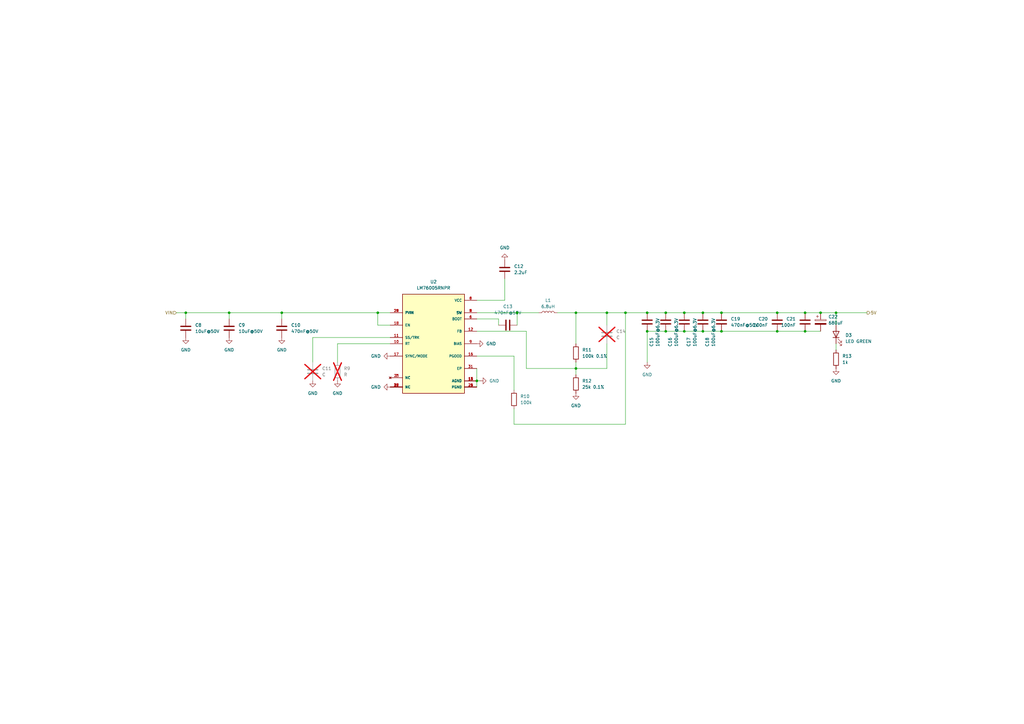
<source format=kicad_sch>
(kicad_sch (version 20231120) (generator "eeschema") (generator_version "8.0")
  (paper "A3")
  (lib_symbols
    (symbol "Device:C" (pin_numbers hide) (pin_names (offset 0.254))
      (property "Reference" "C" (at 0.635 2.54 0))
      (property "Value" "C" (at 0.635 -2.54 0))
      (symbol "C_0_1"
        (polyline (pts (xy -2.032 -0.762) (xy 2.032 -0.762)) (stroke (width 0.508)))
        (polyline (pts (xy -2.032 0.762) (xy 2.032 0.762)) (stroke (width 0.508)))
      )
      (symbol "C_1_1"
        (pin passive line (at 0 3.81 270) (length 2.794) (name "~") (number "1"))
        (pin passive line (at 0 -3.81 90) (length 2.794) (name "~") (number "2"))
      )
    )
    (symbol "Device:C_Polarized" (pin_numbers hide) (pin_names (offset 0.254))
      (property "Reference" "C" (at 0.635 2.54 0))
      (property "Value" "C_Polarized" (at 0.635 -2.54 0))
      (symbol "C_Polarized_0_1"
        (rectangle (start -2.286 0.508) (end 2.286 1.016))
        (polyline (pts (xy -1.778 2.286) (xy -0.762 2.286)))
        (polyline (pts (xy -1.27 2.794) (xy -1.27 1.778)))
        (rectangle (start 2.286 -0.508) (end -2.286 -1.016) (fill (type outline)))
      )
      (symbol "C_Polarized_1_1"
        (pin passive line (at 0 3.81 270) (length 2.794) (name "~") (number "1"))
        (pin passive line (at 0 -3.81 90) (length 2.794) (name "~") (number "2"))
      )
    )
    (symbol "Device:L" (pin_numbers hide) (pin_names (offset 1.016) hide)
      (property "Reference" "L" (at -1.27 0 90))
      (property "Value" "L" (at 1.905 0 90))
      (symbol "L_0_1"
        (arc (start 0 -2.54) (mid 0.6323 -1.905) (end 0 -1.27))
        (arc (start 0 -1.27) (mid 0.6323 -0.635) (end 0 0))
        (arc (start 0 0) (mid 0.6323 0.635) (end 0 1.27))
        (arc (start 0 1.27) (mid 0.6323 1.905) (end 0 2.54))
      )
      (symbol "L_1_1"
        (pin passive line (at 0 3.81 270) (length 1.27) (name "1") (number "1"))
        (pin passive line (at 0 -3.81 90) (length 1.27) (name "2") (number "2"))
      )
    )
    (symbol "Device:LED" (pin_numbers hide) (pin_names (offset 1.016) hide)
      (property "Reference" "D" (at 0 2.54 0))
      (property "Value" "LED" (at 0 -2.54 0))
      (symbol "LED_0_1"
        (polyline (pts (xy -1.27 -1.27) (xy -1.27 1.27)) (stroke (width 0.254)))
        (polyline (pts (xy -1.27 0) (xy 1.27 0)))
        (polyline (pts (xy 1.27 -1.27) (xy 1.27 1.27) (xy -1.27 0) (xy 1.27 -1.27)) (stroke (width 0.254)))
        (polyline (pts (xy -3.048 -0.762) (xy -4.572 -2.286) (xy -3.81 -2.286) (xy -4.572 -2.286) (xy -4.572 -1.524)))
        (polyline (pts (xy -1.778 -0.762) (xy -3.302 -2.286) (xy -2.54 -2.286) (xy -3.302 -2.286) (xy -3.302 -1.524)))
      )
      (symbol "LED_1_1"
        (pin passive line (at -3.81 0 0) (length 2.54) (name "K") (number "1"))
        (pin passive line (at 3.81 0 180) (length 2.54) (name "A") (number "2"))
      )
    )
    (symbol "Device:R" (pin_numbers hide) (pin_names (offset 0))
      (property "Reference" "R" (at 2.032 0 90))
      (property "Value" "R" (at 0 0 90))
      (symbol "R_0_1"
        (rectangle (start -1.016 -2.54) (end 1.016 2.54) (stroke (width 0.254)))
      )
      (symbol "R_1_1"
        (pin passive line (at 0 3.81 270) (length 1.27) (name "~") (number "1"))
        (pin passive line (at 0 -3.81 90) (length 1.27) (name "~") (number "2"))
      )
    )
    (symbol "local_DCDC:LM76005RNPR" (pin_names (offset 1.016))
      (property "Reference" "U" (at -12.7 22.86 0))
      (property "Value" "LM76005RNPR" (at -12.7 -22.86 0))
      (symbol "LM76005RNPR_0_0"
        (rectangle (start -12.7 20.32) (end 12.7 -20.32) (stroke (width 0.254)) (fill (type background)))
        (pin output line (at 17.78 12.7 180) (length 5.08) (name "SW") (number "1"))
        (pin input line (at -17.78 0 0) (length 5.08) (name "RT") (number "10"))
        (pin input line (at -17.78 2.54 0) (length 5.08) (name "SS/TRK") (number "11"))
        (pin input line (at 17.78 5.08 180) (length 5.08) (name "FB") (number "12"))
        (pin power_in line (at 17.78 -15.24 180) (length 5.08) (name "AGND") (number "13"))
        (pin power_in line (at 17.78 -15.24 180) (length 5.08) (name "AGND") (number "14"))
        (pin power_in line (at 17.78 -15.24 180) (length 5.08) (name "AGND") (number "15"))
        (pin output line (at 17.78 -5.08 180) (length 5.08) (name "PGOOD") (number "16"))
        (pin input line (at -17.78 -5.08 0) (length 5.08) (name "SYNC/MODE") (number "17"))
        (pin input line (at -17.78 7.62 0) (length 5.08) (name "EN") (number "18"))
        (pin output line (at 17.78 12.7 180) (length 5.08) (name "SW") (number "2"))
        (pin input line (at -17.78 12.7 0) (length 5.08) (name "PVIN") (number "20"))
        (pin input line (at -17.78 12.7 0) (length 5.08) (name "PVIN") (number "21"))
        (pin input line (at -17.78 12.7 0) (length 5.08) (name "PVIN") (number "22"))
        (pin no_connect line (at -17.78 -13.97 0) (length 5.08) (name "NC") (number "23"))
        (pin power_in line (at 17.78 -17.78 180) (length 5.08) (name "PGND") (number "24"))
        (pin power_in line (at 17.78 -17.78 180) (length 5.08) (name "PGND") (number "25"))
        (pin power_in line (at 17.78 -17.78 180) (length 5.08) (name "PGND") (number "26"))
        (pin output line (at 17.78 12.7 180) (length 5.08) (name "SW") (number "3"))
        (pin power_in line (at 17.78 -10.16 180) (length 5.08) (name "EP") (number "31"))
        (pin output line (at 17.78 12.7 180) (length 5.08) (name "SW") (number "4"))
        (pin output line (at 17.78 12.7 180) (length 5.08) (name "SW") (number "5"))
        (pin output line (at 17.78 10.16 180) (length 5.08) (name "BOOT") (number "6"))
        (pin no_connect line (at -17.78 -13.97 0) (length 5.08) (name "NC") (number "7"))
        (pin power_in line (at 17.78 17.78 180) (length 5.08) (name "VCC") (number "8"))
        (pin passive line (at 17.78 0 180) (length 5.08) (name "BIAS") (number "9"))
      )
      (symbol "LM76005RNPR_1_0"
        (pin input line (at -17.78 -17.78 0) (length 5.08) (name "NC") (number "19"))
        (pin input line (at -17.78 -17.78 0) (length 5.08) (name "NC") (number "27"))
        (pin input line (at -17.78 -17.78 0) (length 5.08) (name "NC") (number "28"))
        (pin input line (at -17.78 -17.78 0) (length 5.08) (name "NC") (number "29"))
        (pin input line (at -17.78 -17.78 0) (length 5.08) (name "NC") (number "30"))
      )
    )
    (symbol "power:GND" (power) (pin_numbers hide) (pin_names (offset 0) hide)
      (property "Value" "GND" (at 0 -3.81 0))
      (symbol "GND_0_1"
        (polyline (pts (xy 0 0) (xy 0 -1.27) (xy 1.27 -1.27) (xy 0 -2.54) (xy -1.27 -1.27) (xy 0 -1.27)))
      )
      (symbol "GND_1_1"
        (pin power_in line (at 0 0 270) (length 0) (name "~") (number "1"))
      )
    )
  )
  (junction (at 212.09 128.27))
  (junction (at 342.9 128.27))
  (junction (at 273.05 128.27))
  (junction (at 76.2 128.27))
  (junction (at 236.22 151.13))
  (junction (at 280.67 135.89))
  (junction (at 288.29 135.89))
  (junction (at 273.05 135.89))
  (junction (at 288.29 128.27))
  (junction (at 154.94 128.27))
  (junction (at 318.77 135.89))
  (junction (at 295.91 135.89))
  (junction (at 336.55 128.27))
  (junction (at 265.43 135.89))
  (junction (at 115.57 128.27))
  (junction (at 93.98 128.27))
  (junction (at 248.92 128.27))
  (junction (at 330.2 135.89))
  (junction (at 236.22 128.27))
  (junction (at 256.54 128.27))
  (junction (at 195.58 156.21))
  (junction (at 265.43 128.27))
  (junction (at 318.77 128.27))
  (junction (at 280.67 128.27))
  (junction (at 295.91 128.27))
  (junction (at 330.2 128.27))
  (wire (pts (xy 248.92 128.27) (xy 236.22 128.27)))
  (wire (pts (xy 196.85 156.21) (xy 195.58 156.21)))
  (wire (pts (xy 154.94 128.27) (xy 160.02 128.27)))
  (wire (pts (xy 160.02 133.35) (xy 154.94 133.35)))
  (wire (pts (xy 215.9 135.89) (xy 195.58 135.89)))
  (wire (pts (xy 115.57 128.27) (xy 154.94 128.27)))
  (wire (pts (xy 236.22 128.27) (xy 236.22 140.97)))
  (wire (pts (xy 342.9 128.27) (xy 342.9 133.35)))
  (wire (pts (xy 288.29 128.27) (xy 295.91 128.27)))
  (wire (pts (xy 204.47 130.81) (xy 204.47 133.35)))
  (wire (pts (xy 210.82 167.64) (xy 210.82 173.99)))
  (wire (pts (xy 330.2 128.27) (xy 336.55 128.27)))
  (wire (pts (xy 256.54 128.27) (xy 265.43 128.27)))
  (wire (pts (xy 160.02 138.43) (xy 128.27 138.43)))
  (wire (pts (xy 273.05 128.27) (xy 280.67 128.27)))
  (wire (pts (xy 228.6 128.27) (xy 236.22 128.27)))
  (wire (pts (xy 318.77 128.27) (xy 330.2 128.27)))
  (wire (pts (xy 215.9 151.13) (xy 215.9 135.89)))
  (wire (pts (xy 160.02 140.97) (xy 138.43 140.97)))
  (wire (pts (xy 342.9 140.97) (xy 342.9 143.51)))
  (wire (pts (xy 210.82 173.99) (xy 256.54 173.99)))
  (wire (pts (xy 93.98 128.27) (xy 115.57 128.27)))
  (wire (pts (xy 236.22 148.59) (xy 236.22 151.13)))
  (wire (pts (xy 248.92 140.97) (xy 248.92 151.13)))
  (wire (pts (xy 295.91 128.27) (xy 318.77 128.27)))
  (wire (pts (xy 195.58 151.13) (xy 195.58 156.21)))
  (wire (pts (xy 195.58 123.19) (xy 207.01 123.19)))
  (wire (pts (xy 195.58 130.81) (xy 204.47 130.81)))
  (wire (pts (xy 93.98 128.27) (xy 93.98 130.81)))
  (wire (pts (xy 76.2 128.27) (xy 76.2 130.81)))
  (wire (pts (xy 248.92 128.27) (xy 248.92 133.35)))
  (wire (pts (xy 256.54 173.99) (xy 256.54 128.27)))
  (wire (pts (xy 72.39 128.27) (xy 76.2 128.27)))
  (wire (pts (xy 248.92 151.13) (xy 236.22 151.13)))
  (wire (pts (xy 288.29 135.89) (xy 280.67 135.89)))
  (wire (pts (xy 318.77 135.89) (xy 295.91 135.89)))
  (wire (pts (xy 212.09 128.27) (xy 220.98 128.27)))
  (wire (pts (xy 280.67 135.89) (xy 273.05 135.89)))
  (wire (pts (xy 195.58 128.27) (xy 212.09 128.27)))
  (wire (pts (xy 295.91 135.89) (xy 288.29 135.89)))
  (wire (pts (xy 154.94 133.35) (xy 154.94 128.27)))
  (wire (pts (xy 115.57 128.27) (xy 115.57 130.81)))
  (wire (pts (xy 280.67 128.27) (xy 288.29 128.27)))
  (wire (pts (xy 256.54 128.27) (xy 248.92 128.27)))
  (wire (pts (xy 210.82 146.05) (xy 210.82 160.02)))
  (wire (pts (xy 195.58 156.21) (xy 195.58 158.75)))
  (wire (pts (xy 330.2 135.89) (xy 318.77 135.89)))
  (wire (pts (xy 138.43 140.97) (xy 138.43 148.59)))
  (wire (pts (xy 330.2 135.89) (xy 336.55 135.89)))
  (wire (pts (xy 342.9 128.27) (xy 355.6 128.27)))
  (wire (pts (xy 195.58 146.05) (xy 210.82 146.05)))
  (wire (pts (xy 236.22 151.13) (xy 236.22 153.67)))
  (wire (pts (xy 128.27 138.43) (xy 128.27 148.59)))
  (wire (pts (xy 273.05 135.89) (xy 265.43 135.89)))
  (wire (pts (xy 207.01 123.19) (xy 207.01 114.3)))
  (wire (pts (xy 236.22 151.13) (xy 215.9 151.13)))
  (wire (pts (xy 265.43 135.89) (xy 265.43 148.59)))
  (wire (pts (xy 265.43 128.27) (xy 273.05 128.27)))
  (wire (pts (xy 76.2 128.27) (xy 93.98 128.27)))
  (wire (pts (xy 336.55 128.27) (xy 342.9 128.27)))
  (wire (pts (xy 212.09 128.27) (xy 212.09 133.35)))
  (hierarchical_label "VIN" (shape input) (at 72.39 128.27 180))
  (hierarchical_label "5V" (shape output) (at 355.6 128.27 0))
  (symbol (lib_id "Device:C") (at 288.29 132.08 0) (unit 1)
    (property "Reference" "C18" (at 290.068 142.24 90) (effects (justify left)))
    (property "Value" "100uF@6.3V" (at 292.608 142.24 90) (effects (justify left)))
    (property "Footprint" "Capacitor_SMD:C_1206_3216Metric" (effects (hide yes)))
    (property "Description" "Unpolarized capacitor" (effects (hide yes)))
    (property "JLC" "C15008" (effects (hide yes)))
  )
  (symbol (lib_id "power:GND") (at 160.02 158.75 270) (unit 1)
    (property "Reference" "#PWR023" (effects (hide yes)))
    (property "Value" "GND" (at 156.21 158.7499 90) (effects (justify right)))
    (property "Description" "Power symbol creates a global label with name \"GND\" , ground" (effects (hide yes)))
  )
  (symbol (lib_id "Device:R") (at 210.82 163.83 0) (unit 1)
    (property "Reference" "R10" (at 213.36 162.5599 0) (effects (justify left)))
    (property "Value" "100k" (at 213.36 165.0999 0) (effects (justify left)))
    (property "Footprint" "Resistor_SMD:R_0805_2012Metric" (effects (hide yes)))
    (property "Description" "Resistor" (effects (hide yes)))
    (property "JLC" "C149504" (effects (hide yes)))
  )
  (symbol (lib_id "power:GND") (at 236.22 161.29 0) (unit 1)
    (property "Reference" "#PWR027" (effects (hide yes)))
    (property "Value" "GND" (at 236.22 166.37 0))
    (property "Description" "Power symbol creates a global label with name \"GND\" , ground" (effects (hide yes)))
  )
  (symbol (lib_id "power:GND") (at 342.9 151.13 0) (unit 1)
    (property "Reference" "#PWR029" (effects (hide yes)))
    (property "Value" "GND" (at 342.9 156.21 0))
    (property "Description" "Power symbol creates a global label with name \"GND\" , ground" (effects (hide yes)))
  )
  (symbol (lib_id "Device:C") (at 330.2 132.08 0) (mirror x) (unit 1)
    (property "Reference" "C21" (at 326.39 130.8099 0) (effects (justify right)))
    (property "Value" "100nF" (at 326.39 133.3499 0) (effects (justify right)))
    (property "Footprint" "Capacitor_SMD:C_0402_1005Metric" (effects (hide yes)))
    (property "Description" "Unpolarized capacitor" (effects (hide yes)))
    (property "JLC" "C307331" (effects (hide yes)))
  )
  (symbol (lib_id "Device:C") (at 295.91 132.08 0) (unit 1)
    (property "Reference" "C19" (at 299.72 130.8099 0) (effects (justify left)))
    (property "Value" "470nF@50V" (at 299.72 133.3499 0) (effects (justify left)))
    (property "Footprint" "Capacitor_SMD:C_0805_2012Metric" (effects (hide yes)))
    (property "Description" "Unpolarized capacitor" (effects (hide yes)))
    (property "JLC" "C13967" (effects (hide yes)))
  )
  (symbol (lib_id "Device:L") (at 224.79 128.27 90) (unit 1)
    (property "Reference" "L1" (at 224.79 123.19 90))
    (property "Value" "6.8uH" (at 224.79 125.73 90))
    (property "Footprint" "Inductor_SMD:L_Sunlord_MWSA1004S" (effects (hide yes)))
    (property "Description" "Inductor" (effects (hide yes)))
    (property "JLC" "C408485" (effects (hide yes)))
  )
  (symbol (lib_id "Device:C") (at 76.2 134.62 0) (unit 1)
    (property "Reference" "C8" (at 80.01 133.3499 0) (effects (justify left)))
    (property "Value" "10uF@50V" (at 80.01 135.8899 0) (effects (justify left)))
    (property "Footprint" "Capacitor_SMD:C_1206_3216Metric" (effects (hide yes)))
    (property "Description" "Unpolarized capacitor" (effects (hide yes)))
    (property "JLC" "C13585" (effects (hide yes)))
  )
  (symbol (lib_id "local_DCDC:LM76005RNPR") (at 177.8 140.97 0) (unit 1)
    (property "Reference" "U2" (at 177.8 115.57 0))
    (property "Value" "LM76005RNPR" (at 177.8 118.11 0))
    (property "Footprint" "local_DCDC:LM76005RNPR" (effects (hide yes)))
    (property "Datasheet" "https://www.ti.com/lit/ds/symlink/lm76005.pdf?ts=1718110395626&ref_url=https%253A%252F%252Fwww.ti.com%252Fproduct%252Fde-de%252FLM76005%252Fpart-details%252FLM76005RNPR" (effects (hide yes)))
    (property "MF" "Texas Instruments" (effects (hide yes)))
    (property "SNAPEDA_PACKAGE_ID" "121635" (effects (hide yes)))
    (property "MAXIMUM_PACKAGE_HEIGHT" "0.8 mm" (effects (hide yes)))
    (property "Price" "None" (effects (hide yes)))
    (property "Package" "WQFN-30 Texas Instruments" (effects (hide yes)))
    (property "Check_prices" "https://www.snapeda.com/parts/LM76005RNPR/Texas+Instruments/view-part/?ref=eda" (effects (hide yes)))
    (property "STANDARD" "Manufacturer Recommendations" (effects (hide yes)))
    (property "PARTREV" "A" (effects (hide yes)))
    (property "SnapEDA_Link" "https://www.snapeda.com/parts/LM76005RNPR/Texas+Instruments/view-part/?ref=snap" (effects (hide yes)))
    (property "MP" "LM76005RNPR" (effects (hide yes)))
    (property "Purchase-URL" "https://www.snapeda.com/api/url_track_click_mouser/?unipart_id=4770820&manufacturer=Texas Instruments&part_name=LM76005RNPR&search_term=lm76005rnpr" (effects (hide yes)))
    (property "Description_1" "\n3.5-V to 60-V, 5-A synchronous step-down voltage converter\n" (effects (hide yes)))
    (property "MANUFACTURER" "Texas Instruments" (effects (hide yes)))
    (property "Availability" "In Stock" (effects (hide yes)))
    (property "SNAPEDA_PN" "LM76005RNPR" (effects (hide yes)))
    (property "JLC" "C2866241" (effects (hide yes)))
  )
  (symbol (lib_id "Device:R") (at 236.22 157.48 0) (unit 1)
    (property "Reference" "R12" (at 238.76 156.2099 0) (effects (justify left)))
    (property "Value" "25k 0.1%" (at 238.76 158.7499 0) (effects (justify left)))
    (property "Footprint" "Resistor_SMD:R_0805_2012Metric" (effects (hide yes)))
    (property "Description" "Resistor" (effects (hide yes)))
    (property "JLC" "C153306" (effects (hide yes)))
  )
  (symbol (lib_id "power:GND") (at 265.43 148.59 0) (unit 1)
    (property "Reference" "#PWR028" (effects (hide yes)))
    (property "Value" "GND" (at 265.43 153.67 0))
    (property "Description" "Power symbol creates a global label with name \"GND\" , ground" (effects (hide yes)))
  )
  (symbol (lib_id "Device:LED") (at 342.9 137.16 90) (unit 1)
    (property "Reference" "D3" (at 346.71 137.4774 90) (effects (justify right)))
    (property "Value" "LED GREEN" (at 346.71 140.0174 90) (effects (justify right)))
    (property "Footprint" "LED_SMD:LED_0805_2012Metric" (effects (hide yes)))
    (property "Description" "Light emitting diode" (effects (hide yes)))
    (property "JLC" "C2297" (effects (hide yes)))
  )
  (symbol (lib_id "Device:C") (at 93.98 134.62 0) (unit 1)
    (property "Reference" "C9" (at 97.79 133.3499 0) (effects (justify left)))
    (property "Value" "10uF@50V" (at 97.79 135.8899 0) (effects (justify left)))
    (property "Footprint" "Capacitor_SMD:C_1206_3216Metric" (effects (hide yes)))
    (property "Description" "Unpolarized capacitor" (effects (hide yes)))
    (property "JLC" "C13585" (effects (hide yes)))
  )
  (symbol (lib_id "power:GND") (at 76.2 138.43 0) (unit 1)
    (property "Reference" "#PWR017" (effects (hide yes)))
    (property "Value" "GND" (at 76.2 143.51 0))
    (property "Description" "Power symbol creates a global label with name \"GND\" , ground" (effects (hide yes)))
  )
  (symbol (lib_id "Device:C") (at 273.05 132.08 0) (unit 1)
    (property "Reference" "C16" (at 274.828 142.24 90) (effects (justify left)))
    (property "Value" "100uF@6.3V" (at 277.368 142.24 90) (effects (justify left)))
    (property "Footprint" "Capacitor_SMD:C_1206_3216Metric" (effects (hide yes)))
    (property "Description" "Unpolarized capacitor" (effects (hide yes)))
    (property "JLC" "C15008" (effects (hide yes)))
  )
  (symbol (lib_id "Device:C") (at 208.28 133.35 90) (unit 1)
    (property "Reference" "C13" (at 208.28 125.73 90))
    (property "Value" "470nF@50V" (at 208.28 128.27 90))
    (property "Footprint" "Capacitor_SMD:C_0805_2012Metric" (effects (hide yes)))
    (property "Description" "Unpolarized capacitor" (effects (hide yes)))
    (property "JLC" "C13967" (effects (hide yes)))
  )
  (symbol (lib_id "Device:C") (at 128.27 152.4 0) (unit 1) (dnp yes)
    (property "Reference" "C11" (at 132.08 151.1299 0) (effects (justify left)))
    (property "Value" "C" (at 132.08 153.6699 0) (effects (justify left)))
    (property "Footprint" "Capacitor_SMD:C_0805_2012Metric" (effects (hide yes)))
    (property "Description" "Unpolarized capacitor" (effects (hide yes)))
  )
  (symbol (lib_id "power:GND") (at 160.02 146.05 270) (unit 1)
    (property "Reference" "#PWR022" (effects (hide yes)))
    (property "Value" "GND" (at 156.21 146.0499 90) (effects (justify right)))
    (property "Description" "Power symbol creates a global label with name \"GND\" , ground" (effects (hide yes)))
  )
  (symbol (lib_id "power:GND") (at 128.27 156.21 0) (unit 1)
    (property "Reference" "#PWR020" (effects (hide yes)))
    (property "Value" "GND" (at 128.27 161.29 0))
    (property "Description" "Power symbol creates a global label with name \"GND\" , ground" (effects (hide yes)))
  )
  (symbol (lib_id "Device:R") (at 138.43 152.4 0) (unit 1) (dnp yes)
    (property "Reference" "R9" (at 140.97 151.1299 0) (effects (justify left)))
    (property "Value" "R" (at 140.97 153.6699 0) (effects (justify left)))
    (property "Footprint" "Resistor_SMD:R_0805_2012Metric" (effects (hide yes)))
    (property "Description" "Resistor" (effects (hide yes)))
  )
  (symbol (lib_id "power:GND") (at 195.58 140.97 90) (unit 1)
    (property "Reference" "#PWR024" (effects (hide yes)))
    (property "Value" "GND" (at 199.39 140.9699 90) (effects (justify right)))
    (property "Description" "Power symbol creates a global label with name \"GND\" , ground" (effects (hide yes)))
  )
  (symbol (lib_id "power:GND") (at 115.57 138.43 0) (unit 1)
    (property "Reference" "#PWR019" (effects (hide yes)))
    (property "Value" "GND" (at 115.57 143.51 0))
    (property "Description" "Power symbol creates a global label with name \"GND\" , ground" (effects (hide yes)))
  )
  (symbol (lib_id "Device:C_Polarized") (at 336.55 132.08 0) (unit 1)
    (property "Reference" "C22" (at 339.725 129.9209 0) (effects (justify left)))
    (property "Value" "680uF" (at 339.725 132.4609 0) (effects (justify left)))
    (property "Footprint" "Capacitor_SMD:CP_Elec_10x12.5" (effects (hide yes)))
    (property "Part Number" "GVM1V681M1010" (effects (hide yes)))
    (property "Stock_PN" "CP-SMD-680uF-35V" (effects (hide yes)))
    (property "Digikey" "P124828TR-ND" (effects (hide yes)))
    (property "JLC" "C413667" (effects (hide yes)))
  )
  (symbol (lib_id "power:GND") (at 138.43 156.21 0) (unit 1)
    (property "Reference" "#PWR021" (effects (hide yes)))
    (property "Value" "GND" (at 138.43 161.29 0))
    (property "Description" "Power symbol creates a global label with name \"GND\" , ground" (effects (hide yes)))
  )
  (symbol (lib_id "power:GND") (at 207.01 106.68 180) (unit 1)
    (property "Reference" "#PWR026" (effects (hide yes)))
    (property "Value" "GND" (at 207.01 101.6 0))
    (property "Description" "Power symbol creates a global label with name \"GND\" , ground" (effects (hide yes)))
  )
  (symbol (lib_id "power:GND") (at 93.98 138.43 0) (unit 1)
    (property "Reference" "#PWR018" (effects (hide yes)))
    (property "Value" "GND" (at 93.98 143.51 0))
    (property "Description" "Power symbol creates a global label with name \"GND\" , ground" (effects (hide yes)))
  )
  (symbol (lib_id "Device:C") (at 248.92 137.16 0) (unit 1) (dnp yes)
    (property "Reference" "C14" (at 252.73 135.8899 0) (effects (justify left)))
    (property "Value" "C" (at 252.73 138.4299 0) (effects (justify left)))
    (property "Footprint" "Capacitor_SMD:C_0805_2012Metric" (effects (hide yes)))
    (property "Description" "Unpolarized capacitor" (effects (hide yes)))
  )
  (symbol (lib_id "Device:C") (at 318.77 132.08 0) (mirror x) (unit 1)
    (property "Reference" "C20" (at 314.96 130.8099 0) (effects (justify right)))
    (property "Value" "100nF" (at 314.96 133.3499 0) (effects (justify right)))
    (property "Footprint" "Capacitor_SMD:C_0402_1005Metric" (effects (hide yes)))
    (property "Description" "Unpolarized capacitor" (effects (hide yes)))
    (property "JLC" "C307331" (effects (hide yes)))
  )
  (symbol (lib_id "Device:C") (at 207.01 110.49 0) (unit 1)
    (property "Reference" "C12" (at 210.82 109.2199 0) (effects (justify left)))
    (property "Value" "2.2uF" (at 210.82 111.7599 0) (effects (justify left)))
    (property "Footprint" "Capacitor_SMD:C_0805_2012Metric" (effects (hide yes)))
    (property "Description" "Unpolarized capacitor" (effects (hide yes)))
    (property "JLC" "C377773" (effects (hide yes)))
  )
  (symbol (lib_id "Device:C") (at 280.67 132.08 0) (unit 1)
    (property "Reference" "C17" (at 282.448 142.24 90) (effects (justify left)))
    (property "Value" "100uF@6.3V" (at 284.988 142.24 90) (effects (justify left)))
    (property "Footprint" "Capacitor_SMD:C_1206_3216Metric" (effects (hide yes)))
    (property "Description" "Unpolarized capacitor" (effects (hide yes)))
    (property "JLC" "C15008" (effects (hide yes)))
  )
  (symbol (lib_id "Device:C") (at 265.43 132.08 0) (unit 1)
    (property "Reference" "C15" (at 267.208 142.24 90) (effects (justify left)))
    (property "Value" "100uF@6.3V" (at 269.748 142.24 90) (effects (justify left)))
    (property "Footprint" "Capacitor_SMD:C_1206_3216Metric" (effects (hide yes)))
    (property "Description" "Unpolarized capacitor" (effects (hide yes)))
    (property "JLC" "C15008" (effects (hide yes)))
  )
  (symbol (lib_id "Device:C") (at 115.57 134.62 0) (unit 1)
    (property "Reference" "C10" (at 119.38 133.3499 0) (effects (justify left)))
    (property "Value" "470nF@50V" (at 119.38 135.8899 0) (effects (justify left)))
    (property "Footprint" "Capacitor_SMD:C_0805_2012Metric" (effects (hide yes)))
    (property "Description" "Unpolarized capacitor" (effects (hide yes)))
    (property "JLC" "C13967" (effects (hide yes)))
  )
  (symbol (lib_id "power:GND") (at 196.85 156.21 90) (unit 1)
    (property "Reference" "#PWR025" (effects (hide yes)))
    (property "Value" "GND" (at 200.66 156.2099 90) (effects (justify right)))
    (property "Description" "Power symbol creates a global label with name \"GND\" , ground" (effects (hide yes)))
  )
  (symbol (lib_id "Device:R") (at 236.22 144.78 0) (unit 1)
    (property "Reference" "R11" (at 238.76 143.5099 0) (effects (justify left)))
    (property "Value" "100k 0.1%" (at 238.76 146.0499 0) (effects (justify left)))
    (property "Footprint" "Resistor_SMD:R_0805_2012Metric" (effects (hide yes)))
    (property "Description" "Resistor" (effects (hide yes)))
    (property "JLC" "C149504" (effects (hide yes)))
  )
  (symbol (lib_id "Device:R") (at 342.9 147.32 0) (unit 1)
    (property "Reference" "R13" (at 345.44 146.0499 0) (effects (justify left)))
    (property "Value" "1k" (at 345.44 148.5899 0) (effects (justify left)))
    (property "Footprint" "Resistor_SMD:R_0805_2012Metric" (effects (hide yes)))
    (property "Description" "Resistor" (effects (hide yes)))
    (property "JLC" "C17513" (effects (hide yes)))
  )
)
</source>
